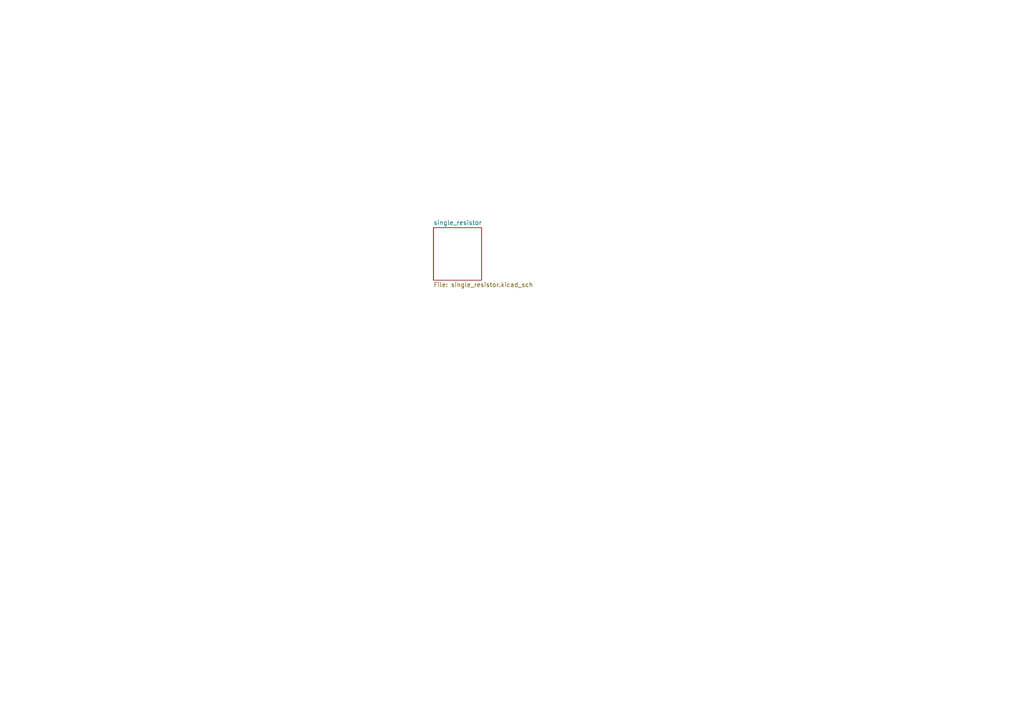
<source format=kicad_sch>
(kicad_sch
	(version 20231120)
	(generator "eeschema")
	(generator_version "8.0")
	(uuid "3a480dbf-5a3c-4b90-9d48-bbf5b4cbfeef")
	(paper "A4")
	(lib_symbols)
	(sheet
		(at 125.73 66.04)
		(size 13.97 15.24)
		(fields_autoplaced yes)
		(stroke
			(width 0.1524)
			(type solid)
		)
		(fill
			(color 0 0 0 0.0000)
		)
		(uuid "9b0b90fc-8973-429f-9882-50bd45935579")
		(property "Sheetname" "single_resistor"
			(at 125.73 65.3284 0)
			(effects
				(font
					(size 1.27 1.27)
				)
				(justify left bottom)
			)
		)
		(property "Sheetfile" "single_resistor.kicad_sch"
			(at 125.73 81.8646 0)
			(effects
				(font
					(size 1.27 1.27)
				)
				(justify left top)
			)
		)
		(instances
			(project "nested_project"
				(path "/3a480dbf-5a3c-4b90-9d48-bbf5b4cbfeef"
					(page "2")
				)
			)
		)
	)
	(sheet_instances
		(path "/"
			(page "1")
		)
	)
)

</source>
